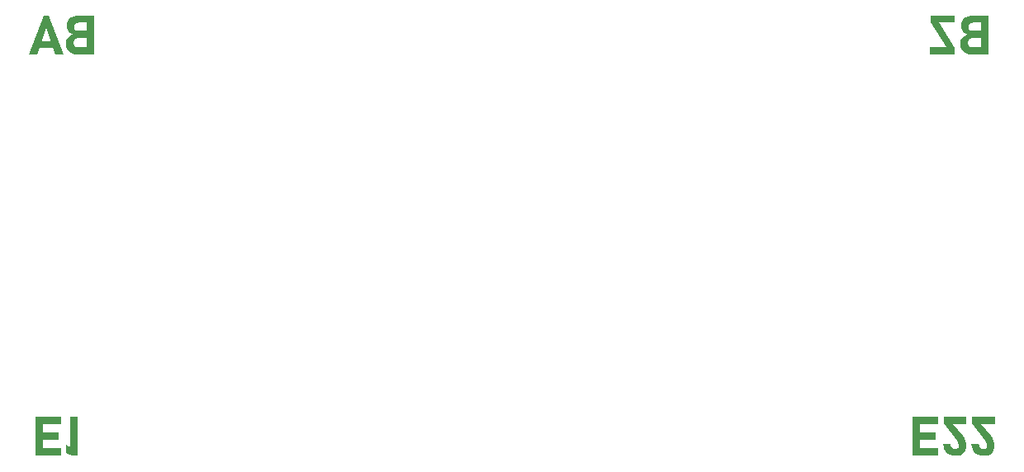
<source format=gbo>
%TF.GenerationSoftware,KiCad,Pcbnew,9.0.1*%
%TF.CreationDate,2025-08-01T20:40:54+02:00*%
%TF.ProjectId,monaco-gp-22,6d6f6e61-636f-42d6-9770-2d32322e6b69,rev?*%
%TF.SameCoordinates,Original*%
%TF.FileFunction,Legend,Bot*%
%TF.FilePolarity,Positive*%
%FSLAX46Y46*%
G04 Gerber Fmt 4.6, Leading zero omitted, Abs format (unit mm)*
G04 Created by KiCad (PCBNEW 9.0.1) date 2025-08-01 20:40:54*
%MOMM*%
%LPD*%
G01*
G04 APERTURE LIST*
%ADD10C,1.000000*%
%ADD11R,2.540000X12.000000*%
G04 APERTURE END LIST*
D10*
G36*
X7444787Y-19180000D02*
G01*
X7444787Y-18457041D01*
X6176922Y-18457041D01*
X6009998Y-18441641D01*
X5880268Y-18399445D01*
X5779539Y-18333698D01*
X5702847Y-18242742D01*
X5655666Y-18129616D01*
X5638855Y-17987606D01*
X5638855Y-17979546D01*
X5655741Y-17835735D01*
X5702990Y-17721883D01*
X5779539Y-17631011D01*
X5880288Y-17565125D01*
X6010018Y-17522851D01*
X6176922Y-17507424D01*
X7444787Y-17507424D01*
X7444787Y-16784466D01*
X6176922Y-16784466D01*
X6026508Y-16769923D01*
X5909291Y-16729941D01*
X5817885Y-16667229D01*
X5748878Y-16581237D01*
X5706003Y-16473268D01*
X5690635Y-16336769D01*
X5705804Y-16213450D01*
X5748386Y-16115826D01*
X5817885Y-16037815D01*
X5908346Y-15981930D01*
X6025536Y-15945790D01*
X6176922Y-15932547D01*
X7444787Y-15932547D01*
X7444787Y-15209588D01*
X6152498Y-15209588D01*
X5861509Y-15229715D01*
X5620360Y-15285875D01*
X5420454Y-15373657D01*
X5254905Y-15491444D01*
X5118656Y-15642415D01*
X5020074Y-15821258D01*
X4958306Y-16033574D01*
X4936413Y-16287187D01*
X4960320Y-16510882D01*
X5028554Y-16699349D01*
X5140111Y-16860181D01*
X5288806Y-16988671D01*
X5477547Y-17085330D01*
X5715303Y-17148632D01*
X5462528Y-17209386D01*
X5261374Y-17310309D01*
X5102009Y-17450027D01*
X4983840Y-17625752D01*
X4910582Y-17836655D01*
X4884633Y-18092142D01*
X4884633Y-18100202D01*
X4906604Y-18354385D01*
X4968596Y-18567207D01*
X5067552Y-18746510D01*
X5204347Y-18897899D01*
X5370589Y-19015749D01*
X5571391Y-19103614D01*
X5813680Y-19159844D01*
X6106092Y-19180000D01*
X7444787Y-19180000D01*
G37*
G36*
X7772805Y-19180000D02*
G01*
X7772805Y-15209588D01*
X7024200Y-15209588D01*
X7024200Y-19180000D01*
X7772805Y-19180000D01*
G37*
G36*
X4622561Y-19180000D02*
G01*
X3103370Y-15209588D01*
X2627829Y-15209588D01*
X1108639Y-19180000D01*
X1914640Y-19180000D01*
X2865722Y-16468415D01*
X3816559Y-19180000D01*
X4622561Y-19180000D01*
G37*
G36*
X3893007Y-18539106D02*
G01*
X3893007Y-17816147D01*
X1802777Y-17816147D01*
X1802777Y-18539106D01*
X3893007Y-18539106D01*
G37*
G36*
X91647194Y-56370000D02*
G01*
X91647194Y-60340411D01*
X92395799Y-60340411D01*
X92395799Y-56370000D01*
X91647194Y-56370000D01*
G37*
G36*
X91917815Y-56370000D02*
G01*
X91917815Y-57092958D01*
X94308709Y-57092958D01*
X94308709Y-56370000D01*
X91917815Y-56370000D01*
G37*
G36*
X91917815Y-57980048D02*
G01*
X91917815Y-58703007D01*
X94008046Y-58703007D01*
X94008046Y-57980048D01*
X91917815Y-57980048D01*
G37*
G36*
X91917815Y-59617452D02*
G01*
X91917815Y-60340411D01*
X94308709Y-60340411D01*
X94308709Y-59617452D01*
X91917815Y-59617452D01*
G37*
G36*
X94850195Y-56370000D02*
G01*
X94850195Y-57046308D01*
X96213803Y-58839050D01*
X96296976Y-58962525D01*
X96357173Y-59086224D01*
X96395811Y-59212366D01*
X96407732Y-59322651D01*
X96407732Y-59328269D01*
X96380586Y-59473848D01*
X96303928Y-59576908D01*
X96184853Y-59640478D01*
X96008883Y-59664347D01*
X95891972Y-59650265D01*
X95793594Y-59609825D01*
X95709441Y-59542714D01*
X95644939Y-59455200D01*
X95597492Y-59342249D01*
X95569002Y-59197599D01*
X95569002Y-59194912D01*
X94801102Y-59194912D01*
X94801102Y-59197599D01*
X94841110Y-59478255D01*
X94916317Y-59713369D01*
X95023715Y-59910499D01*
X95163070Y-60075408D01*
X95333808Y-60209828D01*
X95527561Y-60306520D01*
X95748740Y-60366387D01*
X96003265Y-60387306D01*
X96284837Y-60367953D01*
X96517999Y-60313982D01*
X96711093Y-60229686D01*
X96870816Y-60116685D01*
X97002394Y-59971518D01*
X97097564Y-59799510D01*
X97157185Y-59595265D01*
X97178318Y-59351228D01*
X97178318Y-59348541D01*
X97154990Y-59080158D01*
X97084040Y-58811207D01*
X96970501Y-58556485D01*
X96820258Y-58328583D01*
X95842065Y-57092958D01*
X97200300Y-57092958D01*
X97200300Y-56370000D01*
X94850195Y-56370000D01*
G37*
G36*
X97742030Y-56370000D02*
G01*
X97742030Y-57046308D01*
X99105638Y-58839050D01*
X99188812Y-58962525D01*
X99249009Y-59086224D01*
X99287647Y-59212366D01*
X99299567Y-59322651D01*
X99299567Y-59328269D01*
X99272422Y-59473848D01*
X99195764Y-59576908D01*
X99076688Y-59640478D01*
X98900718Y-59664347D01*
X98783807Y-59650265D01*
X98685430Y-59609825D01*
X98601277Y-59542714D01*
X98536774Y-59455200D01*
X98489328Y-59342249D01*
X98460837Y-59197599D01*
X98460837Y-59194912D01*
X97692937Y-59194912D01*
X97692937Y-59197599D01*
X97732945Y-59478255D01*
X97808152Y-59713369D01*
X97915550Y-59910499D01*
X98054905Y-60075408D01*
X98225644Y-60209828D01*
X98419396Y-60306520D01*
X98640576Y-60366387D01*
X98895101Y-60387306D01*
X99176672Y-60367953D01*
X99409834Y-60313982D01*
X99602928Y-60229686D01*
X99762651Y-60116685D01*
X99894230Y-59971518D01*
X99989400Y-59799510D01*
X100049020Y-59595265D01*
X100070153Y-59351228D01*
X100070153Y-59348541D01*
X100046826Y-59080158D01*
X99975875Y-58811207D01*
X99862336Y-58556485D01*
X99712093Y-58328583D01*
X98733900Y-57092958D01*
X100092135Y-57092958D01*
X100092135Y-56370000D01*
X97742030Y-56370000D01*
G37*
G36*
X99144787Y-19180000D02*
G01*
X99144787Y-18457041D01*
X97876922Y-18457041D01*
X97709998Y-18441641D01*
X97580268Y-18399445D01*
X97479539Y-18333698D01*
X97402847Y-18242742D01*
X97355666Y-18129616D01*
X97338855Y-17987606D01*
X97338855Y-17979546D01*
X97355741Y-17835735D01*
X97402990Y-17721883D01*
X97479539Y-17631011D01*
X97580288Y-17565125D01*
X97710018Y-17522851D01*
X97876922Y-17507424D01*
X99144787Y-17507424D01*
X99144787Y-16784466D01*
X97876922Y-16784466D01*
X97726508Y-16769923D01*
X97609291Y-16729941D01*
X97517885Y-16667229D01*
X97448878Y-16581237D01*
X97406003Y-16473268D01*
X97390635Y-16336769D01*
X97405804Y-16213450D01*
X97448386Y-16115826D01*
X97517885Y-16037815D01*
X97608346Y-15981930D01*
X97725536Y-15945790D01*
X97876922Y-15932547D01*
X99144787Y-15932547D01*
X99144787Y-15209588D01*
X97852498Y-15209588D01*
X97561509Y-15229715D01*
X97320360Y-15285875D01*
X97120454Y-15373657D01*
X96954905Y-15491444D01*
X96818656Y-15642415D01*
X96720074Y-15821258D01*
X96658306Y-16033574D01*
X96636413Y-16287187D01*
X96660320Y-16510882D01*
X96728554Y-16699349D01*
X96840111Y-16860181D01*
X96988806Y-16988671D01*
X97177547Y-17085330D01*
X97415303Y-17148632D01*
X97162528Y-17209386D01*
X96961374Y-17310309D01*
X96802009Y-17450027D01*
X96683840Y-17625752D01*
X96610582Y-17836655D01*
X96584633Y-18092142D01*
X96584633Y-18100202D01*
X96606604Y-18354385D01*
X96668596Y-18567207D01*
X96767552Y-18746510D01*
X96904347Y-18897899D01*
X97070589Y-19015749D01*
X97271391Y-19103614D01*
X97513680Y-19159844D01*
X97806092Y-19180000D01*
X99144787Y-19180000D01*
G37*
G36*
X99472805Y-19180000D02*
G01*
X99472805Y-15209588D01*
X98724200Y-15209588D01*
X98724200Y-19180000D01*
X99472805Y-19180000D01*
G37*
G36*
X93497159Y-15209588D02*
G01*
X93497159Y-15883210D01*
X95131144Y-18457041D01*
X93442449Y-18457041D01*
X93442449Y-19180000D01*
X96021898Y-19180000D01*
X96021898Y-18506378D01*
X94387913Y-15932547D01*
X95972805Y-15932547D01*
X95972805Y-15209588D01*
X93497159Y-15209588D01*
G37*
G36*
X1747194Y-56370000D02*
G01*
X1747194Y-60340411D01*
X2495799Y-60340411D01*
X2495799Y-56370000D01*
X1747194Y-56370000D01*
G37*
G36*
X2017815Y-56370000D02*
G01*
X2017815Y-57092958D01*
X4408709Y-57092958D01*
X4408709Y-56370000D01*
X2017815Y-56370000D01*
G37*
G36*
X2017815Y-57980048D02*
G01*
X2017815Y-58703007D01*
X4108046Y-58703007D01*
X4108046Y-57980048D01*
X2017815Y-57980048D01*
G37*
G36*
X2017815Y-59617452D02*
G01*
X2017815Y-60340411D01*
X4408709Y-60340411D01*
X4408709Y-59617452D01*
X2017815Y-59617452D01*
G37*
G36*
X6078841Y-60340411D02*
G01*
X6078841Y-56370000D01*
X5329993Y-56370000D01*
X5329993Y-59460648D01*
X4846392Y-59277466D01*
X4846392Y-60072721D01*
X5439413Y-60340411D01*
X6078841Y-60340411D01*
G37*
%LPC*%
D11*
%TO.C,E1*%
X9210000Y-68690000D03*
X13170000Y-68690000D03*
X17130000Y-68690000D03*
X21090000Y-68690000D03*
X25050000Y-68690000D03*
X29010000Y-68690000D03*
X32970000Y-68690000D03*
X36930000Y-68690000D03*
X40890000Y-68690000D03*
X44850000Y-68690000D03*
X48810000Y-68690000D03*
X52770000Y-68690000D03*
X56730000Y-68690000D03*
X60690000Y-68690000D03*
X64650000Y-68690000D03*
X68610000Y-68690000D03*
X72570000Y-68690000D03*
X76530000Y-68690000D03*
X80490000Y-68690000D03*
X84450000Y-68690000D03*
X88410000Y-68690000D03*
X92370000Y-68690000D03*
%TD*%
%TO.C,B1*%
X9213000Y-6677000D03*
X13173000Y-6677000D03*
X17133000Y-6677000D03*
X21093000Y-6677000D03*
X25053000Y-6677000D03*
X29013000Y-6677000D03*
X32973000Y-6677000D03*
X36933000Y-6677000D03*
X40893000Y-6677000D03*
X44853000Y-6677000D03*
X48813000Y-6677000D03*
X52773000Y-6677000D03*
X56733000Y-6677000D03*
X60693000Y-6677000D03*
X64653000Y-6677000D03*
X68613000Y-6677000D03*
X72573000Y-6677000D03*
X76533000Y-6677000D03*
X80493000Y-6677000D03*
X84453000Y-6677000D03*
X88413000Y-6677000D03*
X92373000Y-6677000D03*
%TD*%
%LPD*%
M02*

</source>
